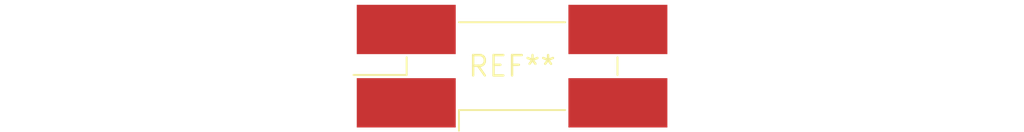
<source format=kicad_pcb>
(kicad_pcb (version 20240108) (generator pcbnew)
  (layers (0 "F.Cu" signal) (31 "B.Cu" signal) (34 "B.Paste" user) (35 "F.Paste" user) (36 "B.SilkS" user "B.Silkscreen") (37 "F.SilkS" user "F.Silkscreen") (38 "B.Mask" user) (39 "F.Mask" user) (44 "Edge.Cuts" user))
  (net 0 "")
  (footprint "Crystal_SMD_SeikoEpson_MA506-4Pin_12.7x5.1mm_HandSoldering" (layer "F.Cu") (at 0 0)
    (property "Reference" "REF**")
    (property "Value" "Crystal_SMD_SeikoEpson_MA506-4Pin_12.7x5.1mm_HandSoldering")
    (fp_line (start -9.85 0.55) (end -6.55 0.55) (layer "F.SilkS") (stroke (width 0.12)))
    (fp_line (start -6.55 0.55) (end -6.55 -0.55) (layer "F.SilkS") (stroke (width 0.12)))
    (fp_line (start -3.3 -2.74) (end 3.3 -2.74) (layer "F.SilkS") (stroke (width 0.12)))
    (fp_line (start -3.3 2.74) (end -3.3 4.025) (layer "F.SilkS") (stroke (width 0.12)))
    (fp_line (start 3.3 2.74) (end -3.3 2.74) (layer "F.SilkS") (stroke (width 0.12)))
    (fp_line (start 6.55 -0.55) (end 6.55 0.55) (layer "F.SilkS") (stroke (width 0.12)))
    (pad "1" smd rect (at -6.575 2.2875) (size 6.15 3.075) (layers "F.Cu" "F.Paste" "F.Mask"))
    (pad "2" smd rect (at 6.575 2.2875) (size 6.15 3.075) (layers "F.Cu" "F.Paste" "F.Mask"))
    (pad "3" smd rect (at 6.575 -2.2875) (size 6.15 3.075) (layers "F.Cu" "F.Paste" "F.Mask"))
    (pad "4" smd rect (at -6.575 -2.2875) (size 6.15 3.075) (layers "F.Cu" "F.Paste" "F.Mask"))
  )
)
</source>
